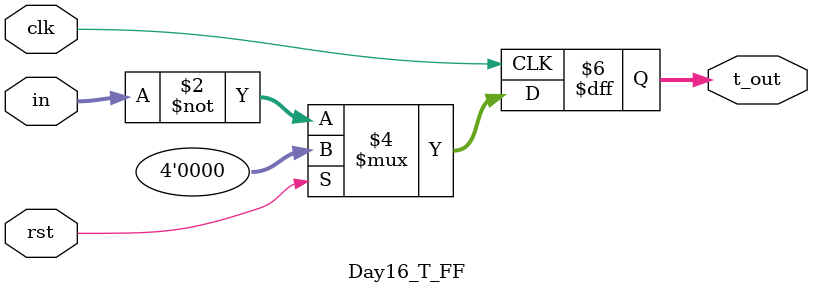
<source format=v>

module Day16_T_FF(input clk,
                  input [3:0]in,
                  input rst,            //active high reeset
                  output reg [3:0]t_out);
  
  always @(posedge clk)
    begin
      if(rst)
        t_out <= 4'b0000;
      else
        t_out <= ~in;
    end
endmodule
</source>
